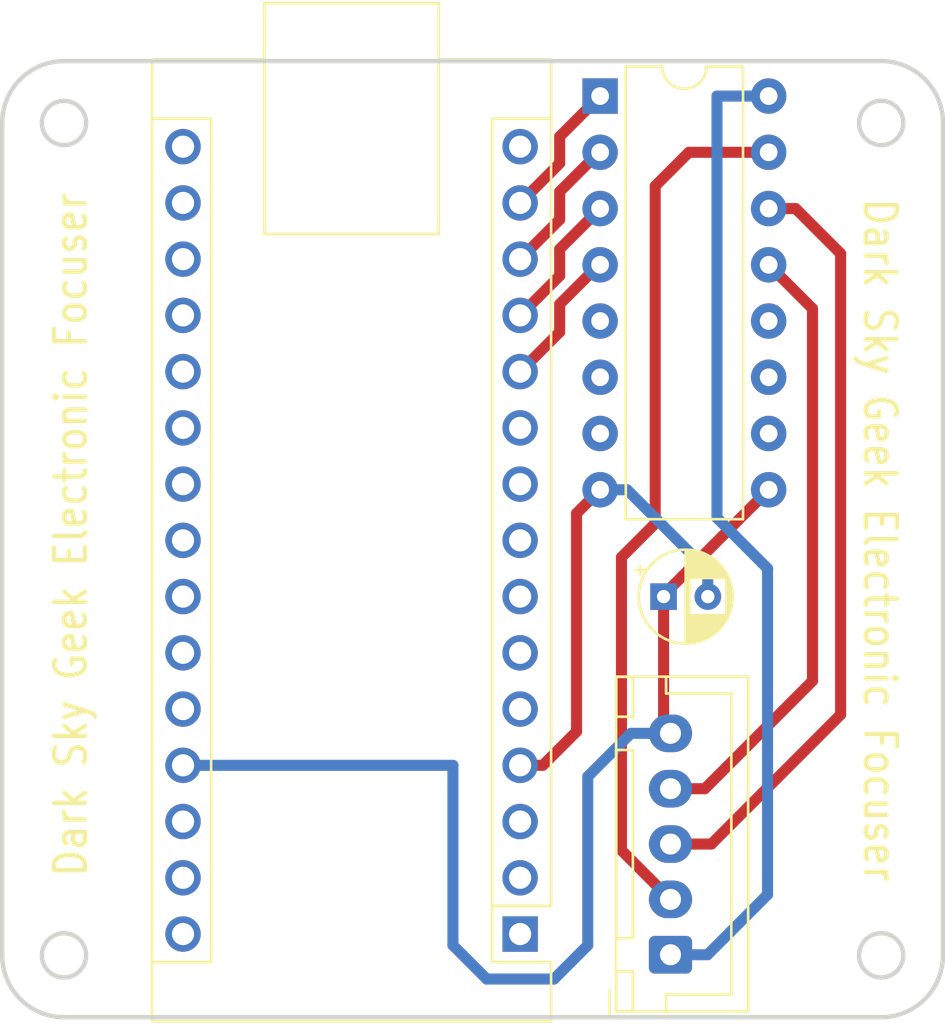
<source format=kicad_pcb>
(kicad_pcb (version 20211014) (generator pcbnew)
  (layers (0 "F.Cu" signal) (31 "B.Cu" signal) (34 "B.Paste" user) (35 "F.Paste" user) (36 "B.SilkS" user "B.Silkscreen") (37 "F.SilkS" user "F.Silkscreen") (38 "B.Mask" user) (39 "F.Mask" user) (44 "Edge.Cuts" user))
  (net 0 "")
  (net 11 "Net-(A1-Pad11)")
  (net 12 "Net-(A1-Pad12)")
  (net 13 "Net-(A1-Pad13)")
  (net 14 "Net-(A1-Pad14)")
  (net 27 "Net-(A1-Pad27)")
  (net 29 "GND")
  (net 31 "Net-(J1-Pad1)")
  (net 32 "Net-(J1-Pad2)")
  (net 33 "Net-(J1-Pad3)")
  (net 34 "Net-(J1-Pad4)")
  (footprint "Module:Arduino_Nano" (layer "F.Cu") (at 140.198 113.538 180)
    (fp_text reference "A1" hide)
    (fp_text value "Arduino Nano" hide)
    (fp_line (start 1.27 36.83) (end -1.4 36.83) (layer "F.SilkS") (width 0.12))
    (fp_line (start 13.97 36.83) (end 16.64 36.83) (layer "F.SilkS") (width 0.12))
    (fp_line (start 11.56 42.04) (end 3.68 42.04) (layer "F.SilkS") (width 0.12))
    (fp_line (start 16.64 -3.94) (end -1.4 -3.94) (layer "F.SilkS") (width 0.12))
    (fp_line (start 3.68 31.62) (end 11.56 31.62) (layer "F.SilkS") (width 0.12))
    (fp_line (start 3.68 42.04) (end 3.68 31.62) (layer "F.SilkS") (width 0.12))
    (fp_line (start 16.64 39.5) (end 16.64 -3.94) (layer "F.SilkS") (width 0.12))
    (fp_line (start 13.97 -1.27) (end 16.64 -1.27) (layer "F.SilkS") (width 0.12))
    (fp_line (start -1.4 39.5) (end 3.68 39.5) (layer "F.SilkS") (width 0.12))
    (fp_line (start 13.97 -1.27) (end 13.97 36.83) (layer "F.SilkS") (width 0.12))
    (fp_line (start 16.64 39.5) (end 11.56 39.5) (layer "F.SilkS") (width 0.12))
    (fp_line (start 1.27 1.27) (end 1.27 -1.27) (layer "F.SilkS") (width 0.12))
    (fp_line (start 1.27 1.27) (end 1.27 36.83) (layer "F.SilkS") (width 0.12))
    (fp_line (start -1.4 1.27) (end -1.4 39.5) (layer "F.SilkS") (width 0.12))
    (fp_line (start -1.4 -3.94) (end -1.4 -1.27) (layer "F.SilkS") (width 0.12))
    (fp_line (start 11.56 31.62) (end 11.56 42.04) (layer "F.SilkS") (width 0.12))
    (fp_line (start 1.27 -1.27) (end -1.4 -1.27) (layer "F.SilkS") (width 0.12))
    (fp_line (start 1.27 1.27) (end -1.4 1.27) (layer "F.SilkS") (width 0.12))
    (pad "1" thru_hole rect (at 0 0 180) (size 1.6 1.6) (drill 1) (layers *.Cu *.Mask))
    (pad "2" thru_hole oval (at 0 2.54 180) (size 1.6 1.6) (drill 1) (layers *.Cu *.Mask))
    (pad "3" thru_hole oval (at 0 5.08 180) (size 1.6 1.6) (drill 1) (layers *.Cu *.Mask))
    (pad "4" thru_hole oval (at 0 7.62 180) (size 1.6 1.6) (drill 1) (layers *.Cu *.Mask) (net 29 "GND"))
    (pad "5" thru_hole oval (at 0 10.16 180) (size 1.6 1.6) (drill 1) (layers *.Cu *.Mask))
    (pad "6" thru_hole oval (at 0 12.7 180) (size 1.6 1.6) (drill 1) (layers *.Cu *.Mask))
    (pad "7" thru_hole oval (at 0 15.24 180) (size 1.6 1.6) (drill 1) (layers *.Cu *.Mask))
    (pad "8" thru_hole oval (at 0 17.78 180) (size 1.6 1.6) (drill 1) (layers *.Cu *.Mask))
    (pad "9" thru_hole oval (at 0 20.32 180) (size 1.6 1.6) (drill 1) (layers *.Cu *.Mask))
    (pad "10" thru_hole oval (at 0 22.86 180) (size 1.6 1.6) (drill 1) (layers *.Cu *.Mask))
    (pad "11" thru_hole oval (at 0 25.4 180) (size 1.6 1.6) (drill 1) (layers *.Cu *.Mask) (net 11 "Net-(A1-Pad11)"))
    (pad "12" thru_hole oval (at 0 27.94 180) (size 1.6 1.6) (drill 1) (layers *.Cu *.Mask) (net 12 "Net-(A1-Pad12)"))
    (pad "13" thru_hole oval (at 0 30.48 180) (size 1.6 1.6) (drill 1) (layers *.Cu *.Mask) (net 13 "Net-(A1-Pad13)"))
    (pad "14" thru_hole oval (at 0 33.02 180) (size 1.6 1.6) (drill 1) (layers *.Cu *.Mask) (net 14 "Net-(A1-Pad14)"))
    (pad "15" thru_hole oval (at 0 35.56 180) (size 1.6 1.6) (drill 1) (layers *.Cu *.Mask))
    (pad "16" thru_hole oval (at 15.24 35.56 180) (size 1.6 1.6) (drill 1) (layers *.Cu *.Mask))
    (pad "17" thru_hole oval (at 15.24 33.02 180) (size 1.6 1.6) (drill 1) (layers *.Cu *.Mask))
    (pad "18" thru_hole oval (at 15.24 30.48 180) (size 1.6 1.6) (drill 1) (layers *.Cu *.Mask))
    (pad "19" thru_hole oval (at 15.24 27.94 180) (size 1.6 1.6) (drill 1) (layers *.Cu *.Mask))
    (pad "20" thru_hole oval (at 15.24 25.4 180) (size 1.6 1.6) (drill 1) (layers *.Cu *.Mask))
    (pad "21" thru_hole oval (at 15.24 22.86 180) (size 1.6 1.6) (drill 1) (layers *.Cu *.Mask))
    (pad "22" thru_hole oval (at 15.24 20.32 180) (size 1.6 1.6) (drill 1) (layers *.Cu *.Mask))
    (pad "23" thru_hole oval (at 15.24 17.78 180) (size 1.6 1.6) (drill 1) (layers *.Cu *.Mask))
    (pad "24" thru_hole oval (at 15.24 15.24 180) (size 1.6 1.6) (drill 1) (layers *.Cu *.Mask))
    (pad "25" thru_hole oval (at 15.24 12.7 180) (size 1.6 1.6) (drill 1) (layers *.Cu *.Mask))
    (pad "26" thru_hole oval (at 15.24 10.16 180) (size 1.6 1.6) (drill 1) (layers *.Cu *.Mask))
    (pad "27" thru_hole oval (at 15.24 7.62 180) (size 1.6 1.6) (drill 1) (layers *.Cu *.Mask) (net 27 "Net-(A1-Pad27)"))
    (pad "28" thru_hole oval (at 15.24 5.08 180) (size 1.6 1.6) (drill 1) (layers *.Cu *.Mask))
    (pad "29" thru_hole oval (at 15.24 2.54 180) (size 1.6 1.6) (drill 1) (layers *.Cu *.Mask))
    (pad "30" thru_hole oval (at 15.24 0 180) (size 1.6 1.6) (drill 1) (layers *.Cu *.Mask))
  )
  (footprint "Package_DIP:DIP-16_W7.62mm" (layer "F.Cu") (at 143.8154 75.692)
    (fp_text reference "U1" hide)
    (fp_text value "ULN2003" hide)
    (fp_line (start 2.81 -1.33) (end 1.16 -1.33) (layer "F.SilkS") (width 0.12))
    (fp_line (start 6.46 -1.33) (end 4.81 -1.33) (layer "F.SilkS") (width 0.12))
    (fp_line (start 6.46 19.11) (end 6.46 -1.33) (layer "F.SilkS") (width 0.12))
    (fp_line (start 1.16 -1.33) (end 1.16 19.11) (layer "F.SilkS") (width 0.12))
    (fp_line (start 1.16 19.11) (end 6.46 19.11) (layer "F.SilkS") (width 0.12))
    (fp_arc (start 4.81 -1.33) (mid 3.81 -0.33) (end 2.81 -1.33) (layer "F.SilkS") (width 0.12))
    (pad "1" thru_hole rect (at 0 0) (size 1.6 1.6) (drill 0.8) (layers *.Cu *.Mask) (net 14 "Net-(A1-Pad14)"))
    (pad "2" thru_hole oval (at 0 2.54) (size 1.6 1.6) (drill 0.8) (layers *.Cu *.Mask) (net 13 "Net-(A1-Pad13)"))
    (pad "3" thru_hole oval (at 0 5.08) (size 1.6 1.6) (drill 0.8) (layers *.Cu *.Mask) (net 12 "Net-(A1-Pad12)"))
    (pad "4" thru_hole oval (at 0 7.62) (size 1.6 1.6) (drill 0.8) (layers *.Cu *.Mask) (net 11 "Net-(A1-Pad11)"))
    (pad "5" thru_hole oval (at 0 10.16) (size 1.6 1.6) (drill 0.8) (layers *.Cu *.Mask))
    (pad "6" thru_hole oval (at 0 12.7) (size 1.6 1.6) (drill 0.8) (layers *.Cu *.Mask))
    (pad "7" thru_hole oval (at 0 15.24) (size 1.6 1.6) (drill 0.8) (layers *.Cu *.Mask))
    (pad "8" thru_hole oval (at 0 17.78) (size 1.6 1.6) (drill 0.8) (layers *.Cu *.Mask) (net 29 "GND"))
    (pad "9" thru_hole oval (at 7.62 17.78) (size 1.6 1.6) (drill 0.8) (layers *.Cu *.Mask) (net 27 "Net-(A1-Pad27)"))
    (pad "10" thru_hole oval (at 7.62 15.24) (size 1.6 1.6) (drill 0.8) (layers *.Cu *.Mask))
    (pad "11" thru_hole oval (at 7.62 12.7) (size 1.6 1.6) (drill 0.8) (layers *.Cu *.Mask))
    (pad "12" thru_hole oval (at 7.62 10.16) (size 1.6 1.6) (drill 0.8) (layers *.Cu *.Mask))
    (pad "13" thru_hole oval (at 7.62 7.62) (size 1.6 1.6) (drill 0.8) (layers *.Cu *.Mask) (net 34 "Net-(J1-Pad4)"))
    (pad "14" thru_hole oval (at 7.62 5.08) (size 1.6 1.6) (drill 0.8) (layers *.Cu *.Mask) (net 33 "Net-(J1-Pad3)"))
    (pad "15" thru_hole oval (at 7.62 2.54) (size 1.6 1.6) (drill 0.8) (layers *.Cu *.Mask) (net 32 "Net-(J1-Pad2)"))
    (pad "16" thru_hole oval (at 7.62 0) (size 1.6 1.6) (drill 0.8) (layers *.Cu *.Mask) (net 31 "Net-(J1-Pad1)"))
  )
  (footprint "Connector_JST:JST_XH_B5B-XH-A_1x05_P2.50mm_Vertical" (layer "F.Cu") (at 146.9964 114.474 90)
    (fp_text reference "J1" hide)
    (fp_text value "JST-XH Stepper Motor" hide)
    (fp_line (start -1.8 -0.2) (end -1.8 2.75) (layer "F.SilkS") (width 0.12))
    (fp_line (start 11.8 -0.2) (end 11.8 2.75) (layer "F.SilkS") (width 0.12))
    (fp_line (start -2.55 -1.7) (end -0.75 -1.7) (layer "F.SilkS") (width 0.12))
    (fp_line (start 0.75 -1.7) (end 9.25 -1.7) (layer "F.SilkS") (width 0.12))
    (fp_line (start -2.56 3.51) (end 12.56 3.51) (layer "F.SilkS") (width 0.12))
    (fp_line (start -2.55 -0.2) (end -1.8 -0.2) (layer "F.SilkS") (width 0.12))
    (fp_line (start -0.75 -2.45) (end -2.55 -2.45) (layer "F.SilkS") (width 0.12))
    (fp_line (start 12.56 -2.46) (end -2.56 -2.46) (layer "F.SilkS") (width 0.12))
    (fp_line (start -0.75 -1.7) (end -0.75 -2.45) (layer "F.SilkS") (width 0.12))
    (fp_line (start -2.55 -2.45) (end -2.55 -1.7) (layer "F.SilkS") (width 0.12))
    (fp_line (start 12.56 3.51) (end 12.56 -2.46) (layer "F.SilkS") (width 0.12))
    (fp_line (start 11.8 2.75) (end 5 2.75) (layer "F.SilkS") (width 0.12))
    (fp_line (start -1.6 -2.75) (end -2.85 -2.75) (layer "F.SilkS") (width 0.12))
    (fp_line (start 10.75 -2.45) (end 10.75 -1.7) (layer "F.SilkS") (width 0.12))
    (fp_line (start -2.56 -2.46) (end -2.56 3.51) (layer "F.SilkS") (width 0.12))
    (fp_line (start 0.75 -2.45) (end 0.75 -1.7) (layer "F.SilkS") (width 0.12))
    (fp_line (start 12.55 -0.2) (end 11.8 -0.2) (layer "F.SilkS") (width 0.12))
    (fp_line (start 9.25 -1.7) (end 9.25 -2.45) (layer "F.SilkS") (width 0.12))
    (fp_line (start -2.85 -2.75) (end -2.85 -1.5) (layer "F.SilkS") (width 0.12))
    (fp_line (start 12.55 -1.7) (end 12.55 -2.45) (layer "F.SilkS") (width 0.12))
    (fp_line (start 10.75 -1.7) (end 12.55 -1.7) (layer "F.SilkS") (width 0.12))
    (fp_line (start -1.8 2.75) (end 5 2.75) (layer "F.SilkS") (width 0.12))
    (fp_line (start 9.25 -2.45) (end 0.75 -2.45) (layer "F.SilkS") (width 0.12))
    (fp_line (start 12.55 -2.45) (end 10.75 -2.45) (layer "F.SilkS") (width 0.12))
    (pad "1" thru_hole roundrect (at 0 0 90) (size 1.7 1.95) (drill 0.95) (layers *.Cu *.Mask) (roundrect_rratio 0.1470588235) (net 31 "Net-(J1-Pad1)"))
    (pad "2" thru_hole oval (at 2.5 0 90) (size 1.7 1.95) (drill 0.95) (layers *.Cu *.Mask) (net 32 "Net-(J1-Pad2)"))
    (pad "3" thru_hole oval (at 5 0 90) (size 1.7 1.95) (drill 0.95) (layers *.Cu *.Mask) (net 33 "Net-(J1-Pad3)"))
    (pad "4" thru_hole oval (at 7.5 0 90) (size 1.7 1.95) (drill 0.95) (layers *.Cu *.Mask) (net 34 "Net-(J1-Pad4)"))
    (pad "5" thru_hole oval (at 10 0 90) (size 1.7 1.95) (drill 0.95) (layers *.Cu *.Mask) (net 27 "Net-(A1-Pad27)"))
  )
  (footprint "Capacitor_THT:CP_Radial_D4.0mm_P2.00mm" (layer "F.Cu") (at 146.6836 98.298)
    (fp_text reference "C1" hide)
    (fp_text value "10 µF" hide)
    (fp_line (start 1.841 -1.907) (end 1.841 -0.84) (layer "F.SilkS") (width 0.12))
    (fp_line (start 2.441 0.84) (end 2.441 1.516) (layer "F.SilkS") (width 0.12))
    (fp_line (start 1.36 -2.05) (end 1.36 -0.84) (layer "F.SilkS") (width 0.12))
    (fp_line (start 1.881 -1.889) (end 1.881 -0.84) (layer "F.SilkS") (width 0.12))
    (fp_line (start 1.64 -1.982) (end 1.64 -0.84) (layer "F.SilkS") (width 0.12))
    (fp_line (start 2.281 -1.65) (end 2.281 -0.84) (layer "F.SilkS") (width 0.12))
    (fp_line (start 2.921 -0.859) (end 2.921 0.859) (layer "F.SilkS") (width 0.12))
    (fp_line (start 1.6 -1.994) (end 1.6 -0.84) (layer "F.SilkS") (width 0.12))
    (fp_line (start 2.681 0.84) (end 2.681 1.254) (layer "F.SilkS") (width 0.12))
    (fp_line (start 1.28 -2.062) (end 1.28 -0.84) (layer "F.SilkS") (width 0.12))
    (fp_line (start 1.48 0.84) (end 1.48 2.025) (layer "F.SilkS") (width 0.12))
    (fp_line (start 2.001 0.84) (end 2.001 1.83) (layer "F.SilkS") (width 0.12))
    (fp_line (start 1.2 0.84) (end 1.2 2.071) (layer "F.SilkS") (width 0.12))
    (fp_line (start -1.269801 -1.195) (end -0.869801 -1.195) (layer "F.SilkS") (width 0.12))
    (fp_line (start 2.241 0.84) (end 2.241 1.68) (layer "F.SilkS") (width 0.12))
    (fp_line (start 2.721 0.84) (end 2.721 1.2) (layer "F.SilkS") (width 0.12))
    (fp_line (start 1.44 -2.034) (end 1.44 -0.84) (layer "F.SilkS") (width 0.12))
    (fp_line (start 2.601 -1.351) (end 2.601 -0.84) (layer "F.SilkS") (width 0.12))
    (fp_line (start 1.921 0.84) (end 1.921 1.87) (layer "F.SilkS") (width 0.12))
    (fp_line (start 2.561 0.84) (end 2.561 1.396) (layer "F.SilkS") (width 0.12))
    (fp_line (start 1.761 -1.94) (end 1.761 -0.84) (layer "F.SilkS") (width 0.12))
    (fp_line (start 1.921 -1.87) (end 1.921 -0.84) (layer "F.SilkS") (width 0.12))
    (fp_line (start 2.361 0.84) (end 2.361 1.587) (layer "F.SilkS") (width 0.12))
    (fp_line (start 1.32 0.84) (end 1.32 2.056) (layer "F.SilkS") (width 0.12))
    (fp_line (start 2.281 0.84) (end 2.281 1.65) (layer "F.SilkS") (width 0.12))
    (fp_line (start 2.041 -1.808) (end 2.041 -0.84) (layer "F.SilkS") (width 0.12))
    (fp_line (start 1.721 -1.954) (end 1.721 -0.84) (layer "F.SilkS") (width 0.12))
    (fp_line (start 1 -2.08) (end 1 2.08) (layer "F.SilkS") (width 0.12))
    (fp_line (start 2.321 0.84) (end 2.321 1.619) (layer "F.SilkS") (width 0.12))
    (fp_line (start 1.08 -2.079) (end 1.08 2.079) (layer "F.SilkS") (width 0.12))
    (fp_line (start 1.64 0.84) (end 1.64 1.982) (layer "F.SilkS") (width 0.12))
    (fp_line (start 2.641 -1.304) (end 2.641 -0.84) (layer "F.SilkS") (width 0.12))
    (fp_line (start 1.841 0.84) (end 1.841 1.907) (layer "F.SilkS") (width 0.12))
    (fp_line (start 1.801 0.84) (end 1.801 1.924) (layer "F.SilkS") (width 0.12))
    (fp_line (start 3.081 -0.37) (end 3.081 0.37) (layer "F.SilkS") (width 0.12))
    (fp_line (start 2.241 -1.68) (end 2.241 -0.84) (layer "F.SilkS") (width 0.12))
    (fp_line (start 1.6 0.84) (end 1.6 1.994) (layer "F.SilkS") (width 0.12))
    (fp_line (start 2.041 0.84) (end 2.041 1.808) (layer "F.SilkS") (width 0.12))
    (fp_line (start 2.481 0.84) (end 2.481 1.478) (layer "F.SilkS") (width 0.12))
    (fp_line (start 2.681 -1.254) (end 2.681 -0.84) (layer "F.SilkS") (width 0.12))
    (fp_line (start 1.961 0.84) (end 1.961 1.851) (layer "F.SilkS") (width 0.12))
    (fp_line (start 1.68 -1.968) (end 1.68 -0.84) (layer "F.SilkS") (width 0.12))
    (fp_line (start -1.069801 -1.395) (end -1.069801 -0.995) (layer "F.SilkS") (width 0.12))
    (fp_line (start 1.48 -2.025) (end 1.48 -0.84) (layer "F.SilkS") (width 0.12))
    (fp_line (start 2.521 0.84) (end 2.521 1.438) (layer "F.SilkS") (width 0.12))
    (fp_line (start 2.081 0.84) (end 2.081 1.785) (layer "F.SilkS") (width 0.12))
    (fp_line (start 1.2 -2.071) (end 1.2 -0.84) (layer "F.SilkS") (width 0.12))
    (fp_line (start 1.32 -2.056) (end 1.32 -0.84) (layer "F.SilkS") (width 0.12))
    (fp_line (start 1.4 -2.042) (end 1.4 -0.84) (layer "F.SilkS") (width 0.12))
    (fp_line (start 1.52 -2.016) (end 1.52 -0.84) (layer "F.SilkS") (width 0.12))
    (fp_line (start 2.121 0.84) (end 2.121 1.76) (layer "F.SilkS") (width 0.12))
    (fp_line (start 1.24 0.84) (end 1.24 2.067) (layer "F.SilkS") (width 0.12))
    (fp_line (start 2.001 -1.83) (end 2.001 -0.84) (layer "F.SilkS") (width 0.12))
    (fp_line (start 2.881 -0.94) (end 2.881 0.94) (layer "F.SilkS") (width 0.12))
    (fp_line (start 2.201 -1.708) (end 2.201 -0.84) (layer "F.SilkS") (width 0.12))
    (fp_line (start 2.161 0.84) (end 2.161 1.735) (layer "F.SilkS") (width 0.12))
    (fp_line (start 2.601 0.84) (end 2.601 1.351) (layer "F.SilkS") (width 0.12))
    (fp_line (start 2.401 0.84) (end 2.401 1.552) (layer "F.SilkS") (width 0.12))
    (fp_line (start 2.161 -1.735) (end 2.161 -0.84) (layer "F.SilkS") (width 0.12))
    (fp_line (start 2.561 -1.396) (end 2.561 -0.84) (layer "F.SilkS") (width 0.12))
    (fp_line (start 2.841 -1.013) (end 2.841 1.013) (layer "F.SilkS") (width 0.12))
    (fp_line (start 2.761 -1.142) (end 2.761 -0.84) (layer "F.SilkS") (width 0.12))
    (fp_line (start 2.121 -1.76) (end 2.121 -0.84) (layer "F.SilkS") (width 0.12))
    (fp_line (start 1.56 -2.005) (end 1.56 -0.84) (layer "F.SilkS") (width 0.12))
    (fp_line (start 1.16 -2.074) (end 1.16 2.074) (layer "F.SilkS") (width 0.12))
    (fp_line (start 1.721 0.84) (end 1.721 1.954) (layer "F.SilkS") (width 0.12))
    (fp_line (start 2.721 -1.2) (end 2.721 -0.84) (layer "F.SilkS") (width 0.12))
    (fp_line (start 2.081 -1.785) (end 2.081 -0.84) (layer "F.SilkS") (width 0.12))
    (fp_line (start 1.04 -2.08) (end 1.04 2.08) (layer "F.SilkS") (width 0.12))
    (fp_line (start 1.12 -2.077) (end 1.12 2.077) (layer "F.SilkS") (width 0.12))
    (fp_line (start 1.24 -2.067) (end 1.24 -0.84) (layer "F.SilkS") (width 0.12))
    (fp_line (start 1.56 0.84) (end 1.56 2.005) (layer "F.SilkS") (width 0.12))
    (fp_line (start 2.961 -0.768) (end 2.961 0.768) (layer "F.SilkS") (width 0.12))
    (fp_line (start 1.4 0.84) (end 1.4 2.042) (layer "F.SilkS") (width 0.12))
    (fp_line (start 1.761 0.84) (end 1.761 1.94) (layer "F.SilkS") (width 0.12))
    (fp_line (start 2.361 -1.587) (end 2.361 -0.84) (layer "F.SilkS") (width 0.12))
    (fp_line (start 1.68 0.84) (end 1.68 1.968) (layer "F.SilkS") (width 0.12))
    (fp_line (start 1.52 0.84) (end 1.52 2.016) (layer "F.SilkS") (width 0.12))
    (fp_line (start 3.001 -0.664) (end 3.001 0.664) (layer "F.SilkS") (width 0.12))
    (fp_line (start 2.481 -1.478) (end 2.481 -0.84) (layer "F.SilkS") (width 0.12))
    (fp_line (start 2.521 -1.438) (end 2.521 -0.84) (layer "F.SilkS") (width 0.12))
    (fp_line (start 1.961 -1.851) (end 1.961 -0.84) (layer "F.SilkS") (width 0.12))
    (fp_line (start 1.44 0.84) (end 1.44 2.034) (layer "F.SilkS") (width 0.12))
    (fp_line (start 2.801 0.84) (end 2.801 1.08) (layer "F.SilkS") (width 0.12))
    (fp_line (start 2.401 -1.552) (end 2.401 -0.84) (layer "F.SilkS") (width 0.12))
    (fp_line (start 1.36 0.84) (end 1.36 2.05) (layer "F.SilkS") (width 0.12))
    (fp_line (start 2.801 -1.08) (end 2.801 -0.84) (layer "F.SilkS") (width 0.12))
    (fp_line (start 1.801 -1.924) (end 1.801 -0.84) (layer "F.SilkS") (width 0.12))
    (fp_line (start 2.321 -1.619) (end 2.321 -0.84) (layer "F.SilkS") (width 0.12))
    (fp_line (start 2.641 0.84) (end 2.641 1.304) (layer "F.SilkS") (width 0.12))
    (fp_line (start 1.28 0.84) (end 1.28 2.062) (layer "F.SilkS") (width 0.12))
    (fp_line (start 2.761 0.84) (end 2.761 1.142) (layer "F.SilkS") (width 0.12))
    (fp_line (start 3.041 -0.537) (end 3.041 0.537) (layer "F.SilkS") (width 0.12))
    (fp_line (start 1.881 0.84) (end 1.881 1.889) (layer "F.SilkS") (width 0.12))
    (fp_line (start 2.441 -1.516) (end 2.441 -0.84) (layer "F.SilkS") (width 0.12))
    (fp_line (start 2.201 0.84) (end 2.201 1.708) (layer "F.SilkS") (width 0.12))
    (fp_circle (center 1 0) (end 3.12 0) (layer "F.SilkS") (width 0.12) (fill none))
    (pad "1" thru_hole rect (at 0 0) (size 1.2 1.2) (drill 0.6) (layers *.Cu *.Mask) (net 27 "Net-(A1-Pad27)"))
    (pad "2" thru_hole circle (at 2 0) (size 1.2 1.2) (drill 0.6) (layers *.Cu *.Mask) (net 29 "GND"))
  )
  (gr_line (start 159.314363 76.905634) (end 159.314346 114.5) (layer "Edge.Cuts") (width 0.2))
  (gr_arc (start 119.577656 117.294) (mid 117.602 116.475656) (end 116.783656 114.5) (layer "Edge.Cuts") (width 0.2))
  (gr_line (start 116.783647 76.905656) (end 116.783656 114.5) (layer "Edge.Cuts") (width 0.2))
  (gr_circle (center 119.577656 114.5) (end 120.577656 114.5) (layer "Edge.Cuts") (width 0.2) (fill none))
  (gr_arc (start 156.520363 74.111634) (mid 158.496 74.929997) (end 159.314363 76.905634) (layer "Edge.Cuts") (width 0.2))
  (gr_arc (start 159.314346 114.5) (mid 158.496 116.475644) (end 156.520346 117.294) (layer "Edge.Cuts") (width 0.2))
  (gr_arc (start 116.783647 76.905656) (mid 117.602 74.929993) (end 119.577647 74.111656) (layer "Edge.Cuts") (width 0.2))
  (gr_circle (center 156.52038 114.5) (end 157.52038 114.5) (layer "Edge.Cuts") (width 0.2) (fill none))
  (gr_circle (center 119.577747 76.9057) (end 120.577747 76.9057) (layer "Edge.Cuts") (width 0.2) (fill none))
  (gr_line (start 156.520346 117.294) (end 119.577656 117.294) (layer "Edge.Cuts") (width 0.2))
  (gr_line (start 119.577647 74.111656) (end 156.520363 74.111634) (layer "Edge.Cuts") (width 0.2))
  (gr_circle (center 156.520297 76.9057) (end 157.520297 76.9057) (layer "Edge.Cuts") (width 0.2) (fill none))
  (gr_text "Dark Sky Geek Electronic Focuser" (at 119.888 95.504 90) (layer "F.SilkS") (effects (font (size 1.4 1.2) (thickness 0.2))))
  (gr_text "Dark Sky Geek Electronic Focuser" (at 156.464 95.758 -90) (layer "F.SilkS") (effects (font (size 1.4 1.2) (thickness 0.2))))
  (segment (start 143.8154 83.312) (end 143.764 83.312) (width 0.5) (layer "F.Cu") (net 11))
  (segment (start 141.986 86.35) (end 140.198 88.138) (width 0.5) (layer "F.Cu") (net 11))
  (segment (start 143.764 83.312) (end 141.986 85.09) (width 0.5) (layer "F.Cu") (net 11))
  (segment (start 141.986 85.09) (end 141.986 86.35) (width 0.5) (layer "F.Cu") (net 11))
  (segment (start 141.986 83.81) (end 140.198 85.598) (width 0.5) (layer "F.Cu") (net 12))
  (segment (start 141.986 82.6014) (end 141.986 83.81) (width 0.5) (layer "F.Cu") (net 12))
  (segment (start 143.8154 80.772) (end 141.986 82.6014) (width 0.5) (layer "F.Cu") (net 12))
  (segment (start 141.986 81.27) (end 140.198 83.058) (width 0.5) (layer "F.Cu") (net 13))
  (segment (start 143.8154 78.232) (end 143.764 78.232) (width 0.5) (layer "F.Cu") (net 13))
  (segment (start 143.764 78.232) (end 141.986 80.01) (width 0.5) (layer "F.Cu") (net 13))
  (segment (start 141.986 80.01) (end 141.986 81.27) (width 0.5) (layer "F.Cu") (net 13))
  (segment (start 141.986 78.73) (end 140.198 80.518) (width 0.5) (layer "F.Cu") (net 14))
  (segment (start 141.986 77.5214) (end 141.986 78.73) (width 0.5) (layer "F.Cu") (net 14))
  (segment (start 143.8154 75.692) (end 141.986 77.5214) (width 0.5) (layer "F.Cu") (net 14))
  (segment (start 146.6836 104.1612) (end 146.9964 104.474) (width 0.5) (layer "F.Cu") (net 27))
  (segment (start 146.6836 98.298) (end 146.6836 98.2238) (width 0.5) (layer "F.Cu") (net 27))
  (segment (start 146.6836 98.2238) (end 151.4354 93.472) (width 0.5) (layer "F.Cu") (net 27))
  (segment (start 146.6836 98.298) (end 146.6836 104.1612) (width 0.5) (layer "F.Cu") (net 27))
  (segment (start 141.732 115.57) (end 138.684 115.57) (width 0.5) (layer "B.Cu") (net 27))
  (segment (start 146.9964 104.474) (end 145.208 104.474) (width 0.5) (layer "B.Cu") (net 27))
  (segment (start 143.256 114.046) (end 141.732 115.57) (width 0.5) (layer "B.Cu") (net 27))
  (segment (start 137.16 105.918) (end 124.958 105.918) (width 0.5) (layer "B.Cu") (net 27))
  (segment (start 143.256 106.426) (end 143.256 114.046) (width 0.5) (layer "B.Cu") (net 27))
  (segment (start 145.208 104.474) (end 143.256 106.426) (width 0.5) (layer "B.Cu") (net 27))
  (segment (start 138.684 115.57) (end 137.16 114.046) (width 0.5) (layer "B.Cu") (net 27))
  (segment (start 137.16 114.046) (end 137.16 105.918) (width 0.5) (layer "B.Cu") (net 27))
  (segment (start 141.224 105.918) (end 140.198 105.918) (width 0.5) (layer "F.Cu") (net 29))
  (segment (start 142.748 94.5394) (end 142.748 104.394) (width 0.5) (layer "F.Cu") (net 29))
  (segment (start 142.748 104.394) (end 141.224 105.918) (width 0.5) (layer "F.Cu") (net 29))
  (segment (start 143.8154 93.472) (end 142.748 94.5394) (width 0.5) (layer "F.Cu") (net 29))
  (segment (start 148.6836 98.298) (end 148.6836 97.1216) (width 0.5) (layer "B.Cu") (net 29))
  (segment (start 145.034 93.472) (end 143.8154 93.472) (width 0.5) (layer "B.Cu") (net 29))
  (segment (start 148.6836 97.1216) (end 145.034 93.472) (width 0.5) (layer "B.Cu") (net 29))
  (segment (start 151.384 97.028) (end 149.098 94.742) (width 0.5) (layer "B.Cu") (net 31))
  (segment (start 151.384 111.76) (end 151.384 97.028) (width 0.5) (layer "B.Cu") (net 31))
  (segment (start 149.098 94.742) (end 149.098 75.692) (width 0.5) (layer "B.Cu") (net 31))
  (segment (start 148.67 114.474) (end 151.384 111.76) (width 0.5) (layer "B.Cu") (net 31))
  (segment (start 149.098 75.692) (end 151.4354 75.692) (width 0.5) (layer "B.Cu") (net 31))
  (segment (start 146.9964 114.474) (end 148.67 114.474) (width 0.5) (layer "B.Cu") (net 31))
  (segment (start 146.304 94.996) (end 146.304 79.756) (width 0.5) (layer "F.Cu") (net 32))
  (segment (start 146.304 79.756) (end 147.828 78.232) (width 0.5) (layer "F.Cu") (net 32))
  (segment (start 146.9964 111.974) (end 144.78 109.7576) (width 0.5) (layer "F.Cu") (net 32))
  (segment (start 147.828 78.232) (end 151.4354 78.232) (width 0.5) (layer "F.Cu") (net 32))
  (segment (start 144.78 109.7576) (end 144.78 96.52) (width 0.5) (layer "F.Cu") (net 32))
  (segment (start 144.78 96.52) (end 146.304 94.996) (width 0.5) (layer "F.Cu") (net 32))
  (segment (start 146.9964 109.474) (end 148.844 109.474) (width 0.5) (layer "F.Cu") (net 33))
  (segment (start 148.844 109.474) (end 154.686 103.632) (width 0.5) (layer "F.Cu") (net 33))
  (segment (start 154.686 82.804) (end 152.654 80.772) (width 0.5) (layer "F.Cu") (net 33))
  (segment (start 152.654 80.772) (end 151.4354 80.772) (width 0.5) (layer "F.Cu") (net 33))
  (segment (start 154.686 103.632) (end 154.686 82.804) (width 0.5) (layer "F.Cu") (net 33))
  (segment (start 146.9964 106.974) (end 148.55 106.974) (width 0.5) (layer "F.Cu") (net 34))
  (segment (start 153.416 102.108) (end 153.416 85.2926) (width 0.5) (layer "F.Cu") (net 34))
  (segment (start 153.416 85.2926) (end 151.4354 83.312) (width 0.5) (layer "F.Cu") (net 34))
  (segment (start 148.55 106.974) (end 153.416 102.108) (width 0.5) (layer "F.Cu") (net 34))
)
</source>
